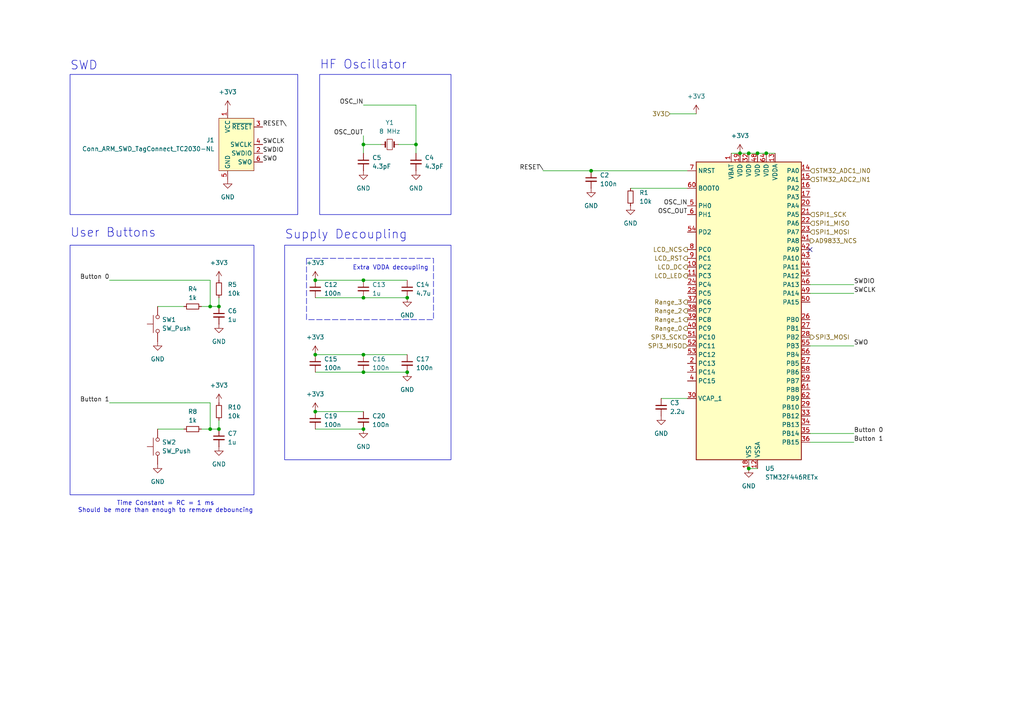
<source format=kicad_sch>
(kicad_sch (version 20231120) (generator "eeschema") (generator_version "8.0")
  (paper "A4")
  (lib_symbols
    (symbol "Connector:Conn_ARM_SWD_TagConnect_TC2030-NL" (in_bom no)
      (property "Reference" "J" (at 2.54 11.43 0))
      (property "Value" "Conn_ARM_SWD_TagConnect_TC2030-NL" (at 2.54 8.89 0))
      (symbol "Conn_ARM_SWD_TagConnect_TC2030-NL_0_0"
        (pin power_in line (at -2.54 10.16 270) (length 2.54) (name "VCC") (number "1"))
        (pin bidirectional line (at 7.62 -2.54 180) (length 2.54) (name "SWDIO") (number "2"))
        (pin open_collector line (at 7.62 5.08 180) (length 2.54) (name "~{RESET}") (number "3"))
        (pin output line (at 7.62 0 180) (length 2.54) (name "SWCLK") (number "4"))
        (pin power_in line (at -2.54 -10.16 90) (length 2.54) (name "GND") (number "5"))
        (pin input line (at 7.62 -5.08 180) (length 2.54) (name "SWO") (number "6"))
      )
      (symbol "Conn_ARM_SWD_TagConnect_TC2030-NL_0_1"
        (rectangle (start -5.08 7.62) (end 5.08 -7.62) (fill (type background)))
      )
    )
    (symbol "Device:C_Small" (pin_numbers hide) (pin_names (offset 0.254) hide)
      (property "Reference" "C" (at 0.254 1.778 0))
      (property "Value" "C_Small" (at 0.254 -2.032 0))
      (symbol "C_Small_0_1"
        (polyline (pts (xy -1.524 -0.508) (xy 1.524 -0.508)) (stroke (width 0.3302)))
        (polyline (pts (xy -1.524 0.508) (xy 1.524 0.508)) (stroke (width 0.3048)))
      )
      (symbol "C_Small_1_1"
        (pin passive line (at 0 2.54 270) (length 2.032) (name "~") (number "1"))
        (pin passive line (at 0 -2.54 90) (length 2.032) (name "~") (number "2"))
      )
    )
    (symbol "Device:Crystal_Small" (pin_numbers hide) (pin_names (offset 1.016) hide)
      (property "Reference" "Y" (at 0 2.54 0))
      (property "Value" "Crystal_Small" (at 0 -2.54 0))
      (symbol "Crystal_Small_0_1"
        (rectangle (start -0.762 -1.524) (end 0.762 1.524))
        (polyline (pts (xy -1.27 -0.762) (xy -1.27 0.762)) (stroke (width 0.381)))
        (polyline (pts (xy 1.27 -0.762) (xy 1.27 0.762)) (stroke (width 0.381)))
      )
      (symbol "Crystal_Small_1_1"
        (pin passive line (at -2.54 0 0) (length 1.27) (name "1") (number "1"))
        (pin passive line (at 2.54 0 180) (length 1.27) (name "2") (number "2"))
      )
    )
    (symbol "Device:R_Small" (pin_numbers hide) (pin_names (offset 0.254) hide)
      (property "Reference" "R" (at 0.762 0.508 0))
      (property "Value" "R_Small" (at 0.762 -1.016 0))
      (symbol "R_Small_0_1"
        (rectangle (start -0.762 1.778) (end 0.762 -1.778) (stroke (width 0.2032)))
      )
      (symbol "R_Small_1_1"
        (pin passive line (at 0 2.54 270) (length 0.762) (name "~") (number "1"))
        (pin passive line (at 0 -2.54 90) (length 0.762) (name "~") (number "2"))
      )
    )
    (symbol "MCU_ST_STM32F4:STM32F446RETx"
      (property "Reference" "U" (at -15.24 44.45 0))
      (property "Value" "STM32F446RETx" (at 10.16 44.45 0))
      (symbol "STM32F446RETx_0_1"
        (rectangle (start -15.24 -43.18) (end 15.24 43.18) (stroke (width 0.254)) (fill (type background)))
      )
      (symbol "STM32F446RETx_1_1"
        (pin power_in line (at -5.08 45.72 270) (length 2.54) (name "VBAT") (number "1"))
        (pin bidirectional line (at -17.78 12.7 0) (length 2.54) (name "PC2") (number "10"))
        (pin bidirectional line (at -17.78 10.16 0) (length 2.54) (name "PC3") (number "11"))
        (pin power_in line (at 2.54 -45.72 90) (length 2.54) (name "VSSA") (number "12"))
        (pin power_in line (at 7.62 45.72 270) (length 2.54) (name "VDDA") (number "13"))
        (pin bidirectional line (at 17.78 40.64 180) (length 2.54) (name "PA0") (number "14"))
        (pin bidirectional line (at 17.78 38.1 180) (length 2.54) (name "PA1") (number "15"))
        (pin bidirectional line (at 17.78 35.56 180) (length 2.54) (name "PA2") (number "16"))
        (pin bidirectional line (at 17.78 33.02 180) (length 2.54) (name "PA3") (number "17"))
        (pin power_in line (at 0 -45.72 90) (length 2.54) (name "VSS") (number "18"))
        (pin power_in line (at -2.54 45.72 270) (length 2.54) (name "VDD") (number "19"))
        (pin bidirectional line (at -17.78 -15.24 0) (length 2.54) (name "PC13") (number "2"))
        (pin bidirectional line (at 17.78 30.48 180) (length 2.54) (name "PA4") (number "20"))
        (pin bidirectional line (at 17.78 27.94 180) (length 2.54) (name "PA5") (number "21"))
        (pin bidirectional line (at 17.78 25.4 180) (length 2.54) (name "PA6") (number "22"))
        (pin bidirectional line (at 17.78 22.86 180) (length 2.54) (name "PA7") (number "23"))
        (pin bidirectional line (at -17.78 7.62 0) (length 2.54) (name "PC4") (number "24"))
        (pin bidirectional line (at -17.78 5.08 0) (length 2.54) (name "PC5") (number "25"))
        (pin bidirectional line (at 17.78 -2.54 180) (length 2.54) (name "PB0") (number "26"))
        (pin bidirectional line (at 17.78 -5.08 180) (length 2.54) (name "PB1") (number "27"))
        (pin bidirectional line (at 17.78 -7.62 180) (length 2.54) (name "PB2") (number "28"))
        (pin bidirectional line (at 17.78 -27.94 180) (length 2.54) (name "PB10") (number "29"))
        (pin bidirectional line (at -17.78 -17.78 0) (length 2.54) (name "PC14") (number "3"))
        (pin power_out line (at -17.78 -25.4 0) (length 2.54) (name "VCAP_1") (number "30"))
        (pin passive line (at 0 -45.72 90) (length 2.54) hide (name "VSS") (number "31"))
        (pin power_in line (at 0 45.72 270) (length 2.54) (name "VDD") (number "32"))
        (pin bidirectional line (at 17.78 -30.48 180) (length 2.54) (name "PB12") (number "33"))
        (pin bidirectional line (at 17.78 -33.02 180) (length 2.54) (name "PB13") (number "34"))
        (pin bidirectional line (at 17.78 -35.56 180) (length 2.54) (name "PB14") (number "35"))
        (pin bidirectional line (at 17.78 -38.1 180) (length 2.54) (name "PB15") (number "36"))
        (pin bidirectional line (at -17.78 2.54 0) (length 2.54) (name "PC6") (number "37"))
        (pin bidirectional line (at -17.78 0 0) (length 2.54) (name "PC7") (number "38"))
        (pin bidirectional line (at -17.78 -2.54 0) (length 2.54) (name "PC8") (number "39"))
        (pin bidirectional line (at -17.78 -20.32 0) (length 2.54) (name "PC15") (number "4"))
        (pin bidirectional line (at -17.78 -5.08 0) (length 2.54) (name "PC9") (number "40"))
        (pin bidirectional line (at 17.78 20.32 180) (length 2.54) (name "PA8") (number "41"))
        (pin bidirectional line (at 17.78 17.78 180) (length 2.54) (name "PA9") (number "42"))
        (pin bidirectional line (at 17.78 15.24 180) (length 2.54) (name "PA10") (number "43"))
        (pin bidirectional line (at 17.78 12.7 180) (length 2.54) (name "PA11") (number "44"))
        (pin bidirectional line (at 17.78 10.16 180) (length 2.54) (name "PA12") (number "45"))
        (pin bidirectional line (at 17.78 7.62 180) (length 2.54) (name "PA13") (number "46"))
        (pin passive line (at 0 -45.72 90) (length 2.54) hide (name "VSS") (number "47"))
        (pin power_in line (at 2.54 45.72 270) (length 2.54) (name "VDD") (number "48"))
        (pin bidirectional line (at 17.78 5.08 180) (length 2.54) (name "PA14") (number "49"))
        (pin bidirectional line (at -17.78 30.48 0) (length 2.54) (name "PH0") (number "5"))
        (pin bidirectional line (at 17.78 2.54 180) (length 2.54) (name "PA15") (number "50"))
        (pin bidirectional line (at -17.78 -7.62 0) (length 2.54) (name "PC10") (number "51"))
        (pin bidirectional line (at -17.78 -10.16 0) (length 2.54) (name "PC11") (number "52"))
        (pin bidirectional line (at -17.78 -12.7 0) (length 2.54) (name "PC12") (number "53"))
        (pin bidirectional line (at -17.78 22.86 0) (length 2.54) (name "PD2") (number "54"))
        (pin bidirectional line (at 17.78 -10.16 180) (length 2.54) (name "PB3") (number "55"))
        (pin bidirectional line (at 17.78 -12.7 180) (length 2.54) (name "PB4") (number "56"))
        (pin bidirectional line (at 17.78 -15.24 180) (length 2.54) (name "PB5") (number "57"))
        (pin bidirectional line (at 17.78 -17.78 180) (length 2.54) (name "PB6") (number "58"))
        (pin bidirectional line (at 17.78 -20.32 180) (length 2.54) (name "PB7") (number "59"))
        (pin bidirectional line (at -17.78 27.94 0) (length 2.54) (name "PH1") (number "6"))
        (pin input line (at -17.78 35.56 0) (length 2.54) (name "BOOT0") (number "60"))
        (pin bidirectional line (at 17.78 -22.86 180) (length 2.54) (name "PB8") (number "61"))
        (pin bidirectional line (at 17.78 -25.4 180) (length 2.54) (name "PB9") (number "62"))
        (pin passive line (at 0 -45.72 90) (length 2.54) hide (name "VSS") (number "63"))
        (pin power_in line (at 5.08 45.72 270) (length 2.54) (name "VDD") (number "64"))
        (pin input line (at -17.78 40.64 0) (length 2.54) (name "NRST") (number "7"))
        (pin bidirectional line (at -17.78 17.78 0) (length 2.54) (name "PC0") (number "8"))
        (pin bidirectional line (at -17.78 15.24 0) (length 2.54) (name "PC1") (number "9"))
      )
    )
    (symbol "Switch:SW_Push" (pin_numbers hide) (pin_names (offset 1.016) hide)
      (property "Reference" "SW" (at 1.27 2.54 0))
      (property "Value" "SW_Push" (at 0 -1.524 0))
      (symbol "SW_Push_0_1"
        (circle (center -2.032 0) (radius 0.508))
        (polyline (pts (xy 0 1.27) (xy 0 3.048)))
        (polyline (pts (xy 2.54 1.27) (xy -2.54 1.27)))
        (circle (center 2.032 0) (radius 0.508))
        (pin passive line (at -5.08 0 0) (length 2.54) (name "1") (number "1"))
        (pin passive line (at 5.08 0 180) (length 2.54) (name "2") (number "2"))
      )
    )
    (symbol "power:+3V3" (power) (pin_numbers hide) (pin_names (offset 0) hide)
      (property "Value" "+3V3" (at 0 3.556 0))
      (symbol "+3V3_0_1"
        (polyline (pts (xy -0.762 1.27) (xy 0 2.54)))
        (polyline (pts (xy 0 0) (xy 0 2.54)))
        (polyline (pts (xy 0 2.54) (xy 0.762 1.27)))
      )
      (symbol "+3V3_1_1"
        (pin power_in line (at 0 0 90) (length 0) (name "~") (number "1"))
      )
    )
    (symbol "power:GND" (power) (pin_numbers hide) (pin_names (offset 0) hide)
      (property "Value" "GND" (at 0 -3.81 0))
      (symbol "GND_0_1"
        (polyline (pts (xy 0 0) (xy 0 -1.27) (xy 1.27 -1.27) (xy 0 -2.54) (xy -1.27 -1.27) (xy 0 -1.27)))
      )
      (symbol "GND_1_1"
        (pin power_in line (at 0 0 270) (length 0) (name "~") (number "1"))
      )
    )
  )
  (junction (at 60.96 124.46))
  (junction (at 105.41 107.95))
  (junction (at 63.5 124.46))
  (junction (at 217.17 44.45))
  (junction (at 91.44 102.87))
  (junction (at 222.25 44.45))
  (junction (at 217.17 135.89))
  (junction (at 120.65 41.91))
  (junction (at 91.44 81.28))
  (junction (at 219.71 44.45))
  (junction (at 118.11 86.36))
  (junction (at 105.41 41.91))
  (junction (at 105.41 102.87))
  (junction (at 105.41 124.46))
  (junction (at 171.45 49.53))
  (junction (at 63.5 88.9))
  (junction (at 214.63 44.45))
  (junction (at 60.96 88.9))
  (junction (at 118.11 107.95))
  (junction (at 105.41 86.36))
  (junction (at 105.41 81.28))
  (junction (at 91.44 119.38))
  (no_connect (at 234.95 72.39))
  (wire (pts (xy 118.11 86.36) (xy 105.41 86.36)))
  (wire (pts (xy 157.48 49.53) (xy 171.45 49.53)))
  (wire (pts (xy 58.42 124.46) (xy 60.96 124.46)))
  (wire (pts (xy 191.77 115.57) (xy 199.39 115.57)))
  (wire (pts (xy 60.96 81.28) (xy 60.96 88.9)))
  (wire (pts (xy 212.09 44.45) (xy 214.63 44.45)))
  (wire (pts (xy 217.17 44.45) (xy 219.71 44.45)))
  (wire (pts (xy 31.75 81.28) (xy 60.96 81.28)))
  (wire (pts (xy 91.44 124.46) (xy 105.41 124.46)))
  (wire (pts (xy 194.31 33.02) (xy 201.93 33.02)))
  (wire (pts (xy 171.45 49.53) (xy 199.39 49.53)))
  (wire (pts (xy 217.17 135.89) (xy 219.71 135.89)))
  (wire (pts (xy 247.65 85.09) (xy 234.95 85.09)))
  (wire (pts (xy 182.88 54.61) (xy 199.39 54.61)))
  (wire (pts (xy 105.41 41.91) (xy 110.49 41.91)))
  (wire (pts (xy 219.71 44.45) (xy 222.25 44.45)))
  (wire (pts (xy 222.25 44.45) (xy 224.79 44.45)))
  (wire (pts (xy 91.44 107.95) (xy 105.41 107.95)))
  (wire (pts (xy 63.5 121.92) (xy 63.5 124.46)))
  (wire (pts (xy 91.44 102.87) (xy 105.41 102.87)))
  (wire (pts (xy 120.65 30.48) (xy 120.65 41.91)))
  (wire (pts (xy 105.41 81.28) (xy 118.11 81.28)))
  (wire (pts (xy 118.11 107.95) (xy 105.41 107.95)))
  (wire (pts (xy 247.65 125.73) (xy 234.95 125.73)))
  (wire (pts (xy 91.44 86.36) (xy 105.41 86.36)))
  (wire (pts (xy 115.57 41.91) (xy 120.65 41.91)))
  (wire (pts (xy 247.65 128.27) (xy 234.95 128.27)))
  (wire (pts (xy 105.41 41.91) (xy 105.41 44.45)))
  (wire (pts (xy 60.96 88.9) (xy 63.5 88.9)))
  (wire (pts (xy 105.41 102.87) (xy 118.11 102.87)))
  (wire (pts (xy 91.44 81.28) (xy 105.41 81.28)))
  (wire (pts (xy 63.5 86.36) (xy 63.5 88.9)))
  (wire (pts (xy 31.75 116.84) (xy 60.96 116.84)))
  (wire (pts (xy 60.96 116.84) (xy 60.96 124.46)))
  (wire (pts (xy 91.44 119.38) (xy 105.41 119.38)))
  (wire (pts (xy 120.65 41.91) (xy 120.65 44.45)))
  (wire (pts (xy 247.65 82.55) (xy 234.95 82.55)))
  (wire (pts (xy 45.72 88.9) (xy 53.34 88.9)))
  (wire (pts (xy 45.72 124.46) (xy 53.34 124.46)))
  (wire (pts (xy 214.63 44.45) (xy 217.17 44.45)))
  (wire (pts (xy 105.41 30.48) (xy 120.65 30.48)))
  (wire (pts (xy 105.41 39.37) (xy 105.41 41.91)))
  (wire (pts (xy 58.42 88.9) (xy 60.96 88.9)))
  (wire (pts (xy 60.96 124.46) (xy 63.5 124.46)))
  (wire (pts (xy 247.65 100.33) (xy 234.95 100.33)))
  (rectangle (start 20.32 21.59) (end 86.36 62.23))
  (rectangle (start 82.55 71.12) (end 130.81 133.35))
  (rectangle (start 20.32 71.12) (end 73.66 143.51))
  (rectangle (start 88.9 74.93) (end 125.73 92.71) (stroke (width 0) (type dash)))
  (rectangle (start 92.71 21.59) (end 130.81 62.23))
  (text "Extra VDDA decoupling" (at 113.284 77.724 0) (effects (font (size 1.27 1.27))))
  (text "Supply Decoupling" (at 82.55 69.596 0) (effects (font (size 2.54 2.54)) (justify left bottom)))
  (text "SWD" (at 20.32 20.574 0) (effects (font (size 2.54 2.54)) (justify left bottom)))
  (text "HF Oscillator" (at 92.71 20.32 0) (effects (font (size 2.54 2.54)) (justify left bottom)))
  (text "User Buttons" (at 20.32 69.088 0) (effects (font (size 2.54 2.54)) (justify left bottom)))
  (text "Time Constant = RC = 1 ms\nShould be more than enough to remove debouncing" (at 48.006 147.066 0) (effects (font (size 1.27 1.27))))
  (label "Button 1" (at 31.75 116.84 180))
  (label "RESET\\" (at 157.48 49.53 180))
  (label "SWO" (at 76.2 46.99 0))
  (label "OSC_IN" (at 199.39 59.69 180))
  (label "SWDIO" (at 247.65 82.55 0))
  (label "RESET\\" (at 76.2 36.83 0))
  (label "SWCLK" (at 76.2 41.91 0))
  (label "SWDIO" (at 76.2 44.45 0))
  (label "OSC_IN" (at 105.41 30.48 180))
  (label "SWCLK" (at 247.65 85.09 0))
  (label "SWO" (at 247.65 100.33 0))
  (label "Button 0" (at 31.75 81.28 180))
  (label "Button 0" (at 247.65 125.73 0))
  (label "OSC_OUT" (at 199.39 62.23 180))
  (label "OSC_OUT" (at 105.41 39.37 180))
  (label "Button 1" (at 247.65 128.27 0))
  (hierarchical_label "LCD_DC" (shape output) (at 199.39 77.47 180))
  (hierarchical_label "AD9833_NCS" (shape output) (at 234.95 69.85 0))
  (hierarchical_label "Range_3" (shape output) (at 199.39 87.63 180))
  (hierarchical_label "SPI3_MISO" (shape input) (at 199.39 100.33 180))
  (hierarchical_label "SPI3_MOSI" (shape output) (at 234.95 97.79 0))
  (hierarchical_label "Range_2" (shape output) (at 199.39 90.17 180))
  (hierarchical_label "STM32_ADC2_IN1" (shape input) (at 234.95 52.07 0))
  (hierarchical_label "LCD_NCS" (shape output) (at 199.39 72.39 180))
  (hierarchical_label "Range_0" (shape output) (at 199.39 95.25 180))
  (hierarchical_label "SPI3_SCK" (shape input) (at 199.39 97.79 180))
  (hierarchical_label "SPI1_SCK" (shape input) (at 234.95 62.23 0))
  (hierarchical_label "Range_1" (shape output) (at 199.39 92.71 180))
  (hierarchical_label "SPI1_MISO" (shape input) (at 234.95 64.77 0))
  (hierarchical_label "3V3" (shape input) (at 194.31 33.02 180))
  (hierarchical_label "STM32_ADC1_IN0" (shape input) (at 234.95 49.53 0))
  (hierarchical_label "LCD_RST" (shape output) (at 199.39 74.93 180))
  (hierarchical_label "LCD_LED" (shape output) (at 199.39 80.01 180))
  (hierarchical_label "SPI1_MOSI" (shape input) (at 234.95 67.31 0))
  (symbol (lib_id "Device:C_Small") (at 63.5 127 0) (unit 1)
    (property "Reference" "C7" (at 66.04 125.7362 0) (effects (justify left)))
    (property "Value" "1u" (at 66.04 128.2762 0) (effects (justify left)))
    (property "Footprint" "Capacitor_SMD:C_0402_1005Metric" (effects (hide yes)))
    (property "Description" "Unpolarized capacitor, small symbol" (effects (hide yes)))
  )
  (symbol (lib_id "power:GND") (at 66.04 52.07 0) (unit 1)
    (property "Reference" "#PWR017" (effects (hide yes)))
    (property "Value" "GND" (at 66.04 57.15 0))
    (property "Description" "Power symbol creates a global label with name \"GND\" , ground" (effects (hide yes)))
  )
  (symbol (lib_id "power:GND") (at 63.5 93.98 0) (unit 1)
    (property "Reference" "#PWR014" (effects (hide yes)))
    (property "Value" "GND" (at 63.5 99.06 0))
    (property "Description" "Power symbol creates a global label with name \"GND\" , ground" (effects (hide yes)))
  )
  (symbol (lib_id "power:+3V3") (at 63.5 81.28 0) (unit 1)
    (property "Reference" "#PWR05" (effects (hide yes)))
    (property "Value" "+3V3" (at 63.5 76.2 0))
    (property "Description" "Power symbol creates a global label with name \"+3V3\"" (effects (hide yes)))
  )
  (symbol (lib_id "power:+3V3") (at 66.04 31.75 0) (unit 1)
    (property "Reference" "#PWR018" (effects (hide yes)))
    (property "Value" "+3V3" (at 66.04 26.67 0))
    (property "Description" "Power symbol creates a global label with name \"+3V3\"" (effects (hide yes)))
  )
  (symbol (lib_id "MCU_ST_STM32F4:STM32F446RETx") (at 217.17 90.17 0) (unit 1)
    (property "Reference" "U5" (at 221.9041 135.89 0) (effects (justify left)))
    (property "Value" "STM32F446RETx" (at 221.9041 138.43 0) (effects (justify left)))
    (property "Footprint" "Package_QFP:LQFP-64_10x10mm_P0.5mm" (effects (hide yes)))
    (property "Datasheet" "https://www.st.com/resource/en/datasheet/stm32f446re.pdf" (effects (hide yes)))
    (property "Description" "STMicroelectronics Arm Cortex-M4 MCU, 512KB flash, 128KB RAM, 180 MHz, 1.8-3.6V, 50 GPIO, LQFP64" (effects (hide yes)))
  )
  (symbol (lib_id "power:GND") (at 105.41 49.53 0) (unit 1)
    (property "Reference" "#PWR026" (effects (hide yes)))
    (property "Value" "GND" (at 105.41 54.61 0))
    (property "Description" "Power symbol creates a global label with name \"GND\" , ground" (effects (hide yes)))
  )
  (symbol (lib_id "Device:C_Small") (at 120.65 46.99 0) (unit 1)
    (property "Reference" "C4" (at 123.19 45.7262 0) (effects (justify left)))
    (property "Value" "4.3pF" (at 123.19 48.2662 0) (effects (justify left)))
    (property "Footprint" "Capacitor_SMD:C_0402_1005Metric" (effects (hide yes)))
    (property "Description" "Unpolarized capacitor, small symbol" (effects (hide yes)))
  )
  (symbol (lib_id "Device:Crystal_Small") (at 113.03 41.91 0) (unit 1)
    (property "Reference" "Y1" (at 113.03 35.56 0))
    (property "Value" "8 MHz" (at 113.03 38.1 0))
    (property "Footprint" "footprints:XTAL_CG04874_NDK-L" (effects (hide yes)))
    (property "Description" "Two pin crystal, small symbol" (effects (hide yes)))
    (property "PN" "NX3225GD-8.000M-EXS00A-CG04874[N/A] " (effects (hide yes)))
  )
  (symbol (lib_id "power:GND") (at 118.11 107.95 0) (unit 1)
    (property "Reference" "#PWR080" (effects (hide yes)))
    (property "Value" "GND" (at 118.11 113.03 0))
    (property "Description" "Power symbol creates a global label with name \"GND\" , ground" (effects (hide yes)))
  )
  (symbol (lib_id "power:GND") (at 45.72 99.06 0) (unit 1)
    (property "Reference" "#PWR028" (effects (hide yes)))
    (property "Value" "GND" (at 45.72 104.14 0))
    (property "Description" "Power symbol creates a global label with name \"GND\" , ground" (effects (hide yes)))
  )
  (symbol (lib_id "power:GND") (at 45.72 134.62 0) (unit 1)
    (property "Reference" "#PWR030" (effects (hide yes)))
    (property "Value" "GND" (at 45.72 139.7 0))
    (property "Description" "Power symbol creates a global label with name \"GND\" , ground" (effects (hide yes)))
  )
  (symbol (lib_id "Device:C_Small") (at 171.45 52.07 0) (unit 1)
    (property "Reference" "C2" (at 173.99 50.8062 0) (effects (justify left)))
    (property "Value" "100n" (at 173.99 53.3462 0) (effects (justify left)))
    (property "Footprint" "Capacitor_SMD:C_0402_1005Metric" (effects (hide yes)))
    (property "Description" "Unpolarized capacitor, small symbol" (effects (hide yes)))
  )
  (symbol (lib_id "power:+3V3") (at 91.44 119.38 0) (unit 1)
    (property "Reference" "#PWR081" (effects (hide yes)))
    (property "Value" "+3V3" (at 91.44 114.3 0))
    (property "Description" "Power symbol creates a global label with name \"+3V3\"" (effects (hide yes)))
  )
  (symbol (lib_id "Device:C_Small") (at 105.41 121.92 0) (unit 1)
    (property "Reference" "C20" (at 107.95 120.6562 0) (effects (justify left)))
    (property "Value" "100n" (at 107.95 123.1962 0) (effects (justify left)))
    (property "Footprint" "Capacitor_SMD:C_0402_1005Metric" (effects (hide yes)))
    (property "Description" "Unpolarized capacitor, small symbol" (effects (hide yes)))
  )
  (symbol (lib_id "Device:C_Small") (at 91.44 105.41 0) (unit 1)
    (property "Reference" "C15" (at 93.98 104.1462 0) (effects (justify left)))
    (property "Value" "100n" (at 93.98 106.6862 0) (effects (justify left)))
    (property "Footprint" "Capacitor_SMD:C_0402_1005Metric" (effects (hide yes)))
    (property "Description" "Unpolarized capacitor, small symbol" (effects (hide yes)))
  )
  (symbol (lib_id "Connector:Conn_ARM_SWD_TagConnect_TC2030-NL") (at 68.58 41.91 0) (unit 1) (in_bom no)
    (property "Reference" "J1" (at 62.23 40.6399 0) (effects (justify right)))
    (property "Value" "Conn_ARM_SWD_TagConnect_TC2030-NL" (at 62.23 43.1799 0) (effects (justify right)))
    (property "Footprint" "Connector:Tag-Connect_TC2030-IDC-NL_2x03_P1.27mm_Vertical" (effects (hide yes)))
    (property "Datasheet" "https://www.tag-connect.com/wp-content/uploads/bsk-pdf-manager/TC2030-CTX_1.pdf" (effects (hide yes)))
    (property "Description" "Tag-Connect ARM Cortex SWD JTAG connector, 6 pin, no legs" (effects (hide yes)))
  )
  (symbol (lib_id "Device:C_Small") (at 105.41 46.99 0) (unit 1)
    (property "Reference" "C5" (at 107.95 45.7262 0) (effects (justify left)))
    (property "Value" "4.3pF" (at 107.95 48.2662 0) (effects (justify left)))
    (property "Footprint" "Capacitor_SMD:C_0402_1005Metric" (effects (hide yes)))
    (property "Description" "Unpolarized capacitor, small symbol" (effects (hide yes)))
  )
  (symbol (lib_id "power:GND") (at 105.41 124.46 0) (unit 1)
    (property "Reference" "#PWR082" (effects (hide yes)))
    (property "Value" "GND" (at 105.41 129.54 0))
    (property "Description" "Power symbol creates a global label with name \"GND\" , ground" (effects (hide yes)))
  )
  (symbol (lib_id "Device:C_Small") (at 91.44 121.92 0) (unit 1)
    (property "Reference" "C19" (at 93.98 120.6562 0) (effects (justify left)))
    (property "Value" "100n" (at 93.98 123.1962 0) (effects (justify left)))
    (property "Footprint" "Capacitor_SMD:C_0402_1005Metric" (effects (hide yes)))
    (property "Description" "Unpolarized capacitor, small symbol" (effects (hide yes)))
  )
  (symbol (lib_id "power:+3V3") (at 201.93 33.02 0) (unit 1)
    (property "Reference" "#PWR06" (effects (hide yes)))
    (property "Value" "+3V3" (at 201.93 27.94 0))
    (property "Description" "Power symbol creates a global label with name \"+3V3\"" (effects (hide yes)))
  )
  (symbol (lib_id "Device:C_Small") (at 105.41 83.82 0) (unit 1)
    (property "Reference" "C13" (at 107.95 82.5562 0) (effects (justify left)))
    (property "Value" "1u" (at 107.95 85.0962 0) (effects (justify left)))
    (property "Footprint" "Capacitor_SMD:C_0402_1005Metric" (effects (hide yes)))
    (property "Description" "Unpolarized capacitor, small symbol" (effects (hide yes)))
  )
  (symbol (lib_id "Device:C_Small") (at 63.5 91.44 0) (unit 1)
    (property "Reference" "C6" (at 66.04 90.1762 0) (effects (justify left)))
    (property "Value" "1u" (at 66.04 92.7162 0) (effects (justify left)))
    (property "Footprint" "Capacitor_SMD:C_0402_1005Metric" (effects (hide yes)))
    (property "Description" "Unpolarized capacitor, small symbol" (effects (hide yes)))
  )
  (symbol (lib_id "power:GND") (at 217.17 135.89 0) (unit 1)
    (property "Reference" "#PWR023" (effects (hide yes)))
    (property "Value" "GND" (at 217.17 140.97 0))
    (property "Description" "Power symbol creates a global label with name \"GND\" , ground" (effects (hide yes)))
  )
  (symbol (lib_id "power:GND") (at 63.5 129.54 0) (unit 1)
    (property "Reference" "#PWR032" (effects (hide yes)))
    (property "Value" "GND" (at 63.5 134.62 0))
    (property "Description" "Power symbol creates a global label with name \"GND\" , ground" (effects (hide yes)))
  )
  (symbol (lib_id "power:+3V3") (at 91.44 102.87 0) (unit 1)
    (property "Reference" "#PWR079" (effects (hide yes)))
    (property "Value" "+3V3" (at 91.44 97.79 0))
    (property "Description" "Power symbol creates a global label with name \"+3V3\"" (effects (hide yes)))
  )
  (symbol (lib_id "Device:C_Small") (at 118.11 105.41 0) (unit 1)
    (property "Reference" "C17" (at 120.65 104.1462 0) (effects (justify left)))
    (property "Value" "100n" (at 120.65 106.6862 0) (effects (justify left)))
    (property "Footprint" "Capacitor_SMD:C_0402_1005Metric" (effects (hide yes)))
    (property "Description" "Unpolarized capacitor, small symbol" (effects (hide yes)))
  )
  (symbol (lib_id "Device:R_Small") (at 182.88 57.15 0) (unit 1)
    (property "Reference" "R1" (at 185.42 55.8799 0) (effects (justify left)))
    (property "Value" "10k" (at 185.42 58.4199 0) (effects (justify left)))
    (property "Footprint" "Resistor_SMD:R_0402_1005Metric" (effects (hide yes)))
    (property "Description" "Resistor, small symbol" (effects (hide yes)))
  )
  (symbol (lib_id "Switch:SW_Push") (at 45.72 93.98 90) (unit 1)
    (property "Reference" "SW1" (at 46.99 92.7099 90) (effects (justify right)))
    (property "Value" "SW_Push" (at 46.99 95.2499 90) (effects (justify right)))
    (property "Footprint" "Button_Switch_THT:SW_PUSH_6mm_H5mm" (effects (hide yes)))
    (property "Description" "Push button switch, generic, two pins" (effects (hide yes)))
  )
  (symbol (lib_id "Device:C_Small") (at 105.41 105.41 0) (unit 1)
    (property "Reference" "C16" (at 107.95 104.1462 0) (effects (justify left)))
    (property "Value" "100n" (at 107.95 106.6862 0) (effects (justify left)))
    (property "Footprint" "Capacitor_SMD:C_0402_1005Metric" (effects (hide yes)))
    (property "Description" "Unpolarized capacitor, small symbol" (effects (hide yes)))
  )
  (symbol (lib_id "Device:R_Small") (at 55.88 124.46 90) (unit 1)
    (property "Reference" "R8" (at 55.88 119.38 90))
    (property "Value" "1k" (at 55.88 121.92 90))
    (property "Footprint" "Resistor_SMD:R_0402_1005Metric" (effects (hide yes)))
    (property "Description" "Resistor, small symbol" (effects (hide yes)))
  )
  (symbol (lib_id "power:GND") (at 182.88 59.69 0) (unit 1)
    (property "Reference" "#PWR025" (effects (hide yes)))
    (property "Value" "GND" (at 182.88 64.77 0))
    (property "Description" "Power symbol creates a global label with name \"GND\" , ground" (effects (hide yes)))
  )
  (symbol (lib_id "Device:C_Small") (at 118.11 83.82 0) (unit 1)
    (property "Reference" "C14" (at 120.65 82.5562 0) (effects (justify left)))
    (property "Value" "4.7u" (at 120.65 85.0962 0) (effects (justify left)))
    (property "Footprint" "Capacitor_SMD:C_0805_2012Metric" (effects (hide yes)))
    (property "Description" "Unpolarized capacitor, small symbol" (effects (hide yes)))
  )
  (symbol (lib_id "power:+3V3") (at 63.5 116.84 0) (unit 1)
    (property "Reference" "#PWR031" (effects (hide yes)))
    (property "Value" "+3V3" (at 63.5 111.76 0))
    (property "Description" "Power symbol creates a global label with name \"+3V3\"" (effects (hide yes)))
  )
  (symbol (lib_id "Device:R_Small") (at 63.5 83.82 180) (unit 1)
    (property "Reference" "R5" (at 66.04 82.5499 0) (effects (justify right)))
    (property "Value" "10k" (at 66.04 85.0899 0) (effects (justify right)))
    (property "Footprint" "Resistor_SMD:R_0402_1005Metric" (effects (hide yes)))
    (property "Description" "Resistor, small symbol" (effects (hide yes)))
  )
  (symbol (lib_id "Device:C_Small") (at 91.44 83.82 0) (unit 1)
    (property "Reference" "C12" (at 93.98 82.5562 0) (effects (justify left)))
    (property "Value" "100n" (at 93.98 85.0962 0) (effects (justify left)))
    (property "Footprint" "Capacitor_SMD:C_0402_1005Metric" (effects (hide yes)))
    (property "Description" "Unpolarized capacitor, small symbol" (effects (hide yes)))
  )
  (symbol (lib_id "Device:C_Small") (at 191.77 118.11 0) (unit 1)
    (property "Reference" "C3" (at 194.31 116.8462 0) (effects (justify left)))
    (property "Value" "2.2u" (at 194.31 119.3862 0) (effects (justify left)))
    (property "Footprint" "Capacitor_SMD:C_0402_1005Metric" (effects (hide yes)))
    (property "Description" "Unpolarized capacitor, small symbol" (effects (hide yes)))
  )
  (symbol (lib_id "Device:R_Small") (at 55.88 88.9 90) (unit 1)
    (property "Reference" "R4" (at 55.88 83.82 90))
    (property "Value" "1k" (at 55.88 86.36 90))
    (property "Footprint" "Resistor_SMD:R_0402_1005Metric" (effects (hide yes)))
    (property "Description" "Resistor, small symbol" (effects (hide yes)))
  )
  (symbol (lib_id "power:+3V3") (at 214.63 44.45 0) (unit 1)
    (property "Reference" "#PWR019" (effects (hide yes)))
    (property "Value" "+3V3" (at 214.63 39.37 0))
    (property "Description" "Power symbol creates a global label with name \"+3V3\"" (effects (hide yes)))
  )
  (symbol (lib_id "power:GND") (at 118.11 86.36 0) (unit 1)
    (property "Reference" "#PWR078" (effects (hide yes)))
    (property "Value" "GND" (at 118.11 91.44 0))
    (property "Description" "Power symbol creates a global label with name \"GND\" , ground" (effects (hide yes)))
  )
  (symbol (lib_id "power:+3V3") (at 91.44 81.28 0) (unit 1)
    (property "Reference" "#PWR077" (effects (hide yes)))
    (property "Value" "+3V3" (at 91.44 76.2 0))
    (property "Description" "Power symbol creates a global label with name \"+3V3\"" (effects (hide yes)))
  )
  (symbol (lib_id "Switch:SW_Push") (at 45.72 129.54 90) (unit 1)
    (property "Reference" "SW2" (at 46.99 128.2699 90) (effects (justify right)))
    (property "Value" "SW_Push" (at 46.99 130.8099 90) (effects (justify right)))
    (property "Footprint" "Button_Switch_THT:SW_PUSH_6mm_H5mm" (effects (hide yes)))
    (property "Description" "Push button switch, generic, two pins" (effects (hide yes)))
  )
  (symbol (lib_id "power:GND") (at 171.45 54.61 0) (unit 1)
    (property "Reference" "#PWR021" (effects (hide yes)))
    (property "Value" "GND" (at 171.45 59.69 0))
    (property "Description" "Power symbol creates a global label with name \"GND\" , ground" (effects (hide yes)))
  )
  (symbol (lib_id "power:GND") (at 120.65 49.53 0) (unit 1)
    (property "Reference" "#PWR027" (effects (hide yes)))
    (property "Value" "GND" (at 120.65 54.61 0))
    (property "Description" "Power symbol creates a global label with name \"GND\" , ground" (effects (hide yes)))
  )
  (symbol (lib_id "Device:R_Small") (at 63.5 119.38 180) (unit 1)
    (property "Reference" "R10" (at 66.04 118.1099 0) (effects (justify right)))
    (property "Value" "10k" (at 66.04 120.6499 0) (effects (justify right)))
    (property "Footprint" "Resistor_SMD:R_0402_1005Metric" (effects (hide yes)))
    (property "Description" "Resistor, small symbol" (effects (hide yes)))
  )
  (symbol (lib_id "power:GND") (at 191.77 120.65 0) (unit 1)
    (property "Reference" "#PWR024" (effects (hide yes)))
    (property "Value" "GND" (at 191.77 125.73 0))
    (property "Description" "Power symbol creates a global label with name \"GND\" , ground" (effects (hide yes)))
  )
)
</source>
